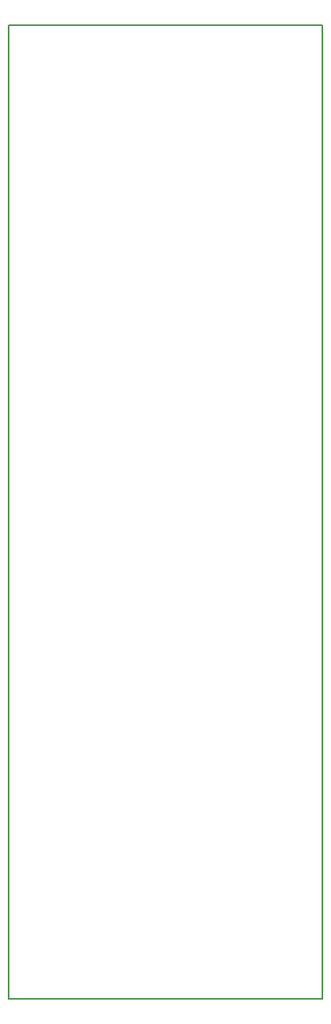
<source format=gm1>
G04 MADE WITH FRITZING*
G04 WWW.FRITZING.ORG*
G04 DOUBLE SIDED*
G04 HOLES PLATED*
G04 CONTOUR ON CENTER OF CONTOUR VECTOR*
%ASAXBY*%
%FSLAX23Y23*%
%MOIN*%
%OFA0B0*%
%SFA1.0B1.0*%
%ADD10R,1.338580X4.133870*%
%ADD11C,0.008000*%
%ADD10C,0.008*%
%LNCONTOUR*%
G90*
G70*
G54D10*
G54D11*
X4Y4130D02*
X1335Y4130D01*
X1335Y4D01*
X4Y4D01*
X4Y4130D01*
D02*
G04 End of contour*
M02*
</source>
